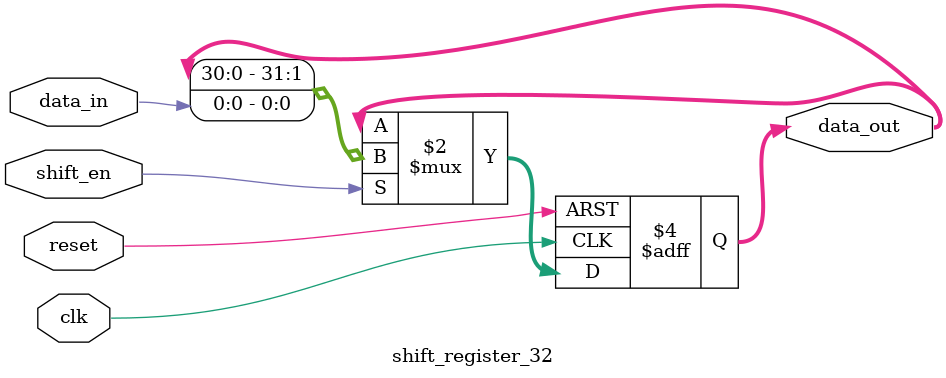
<source format=v>
module shift_register_32 (
    input clk,
    input reset,
    input shift_en,
    input data_in,
    output reg [31:0] data_out
);
    always @(posedge clk or posedge reset) begin
        if (reset)
            data_out <= 32'b0;
        else if (shift_en)
            data_out <= {data_out[30:0], data_in};
    end
endmodule

</source>
